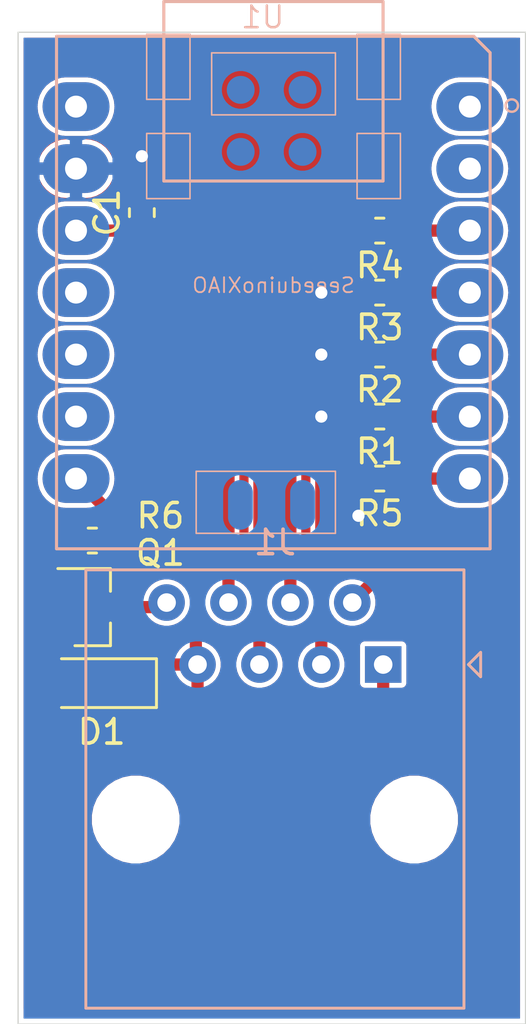
<source format=kicad_pcb>
(kicad_pcb (version 20171130) (host pcbnew "(5.1.6-0-10_14)")
  (layers (0 F.Cu signal) (31 B.Cu signal) (34 B.Paste user) (35 F.Paste user) (36 B.SilkS user) (37 F.SilkS user) (38 B.Mask user) (39 F.Mask user) (44 Edge.Cuts user))
  (net 0 "")
  (net 1 "Net-(J1-Pad6)")
  (net 2 "Net-(J1-Pad5)")
  (net 3 "Net-(J1-Pad4)")
  (net 4 "Net-(J1-Pad3)")
  (net 5 "Net-(R6-Pad1)")
  (net 6 GND)
  (net 7 "Net-(J1-Pad2)")
  (net 8 "Net-(Q1-Pad1)")
  (net 9 "Net-(D1-Pad2)")
  (net 10 "Net-(C1-Pad1)")
  (module XIAO:XIAO-MOUDLE14P-2.54-21X17.8MM_Through_Hole (layer B.Cu) (at 146.37512 104.47782 180)
    (fp_text reference U1 (at 9.3345 21.7805) (layer B.SilkS) (effects (font (size 0.889 0.889) (thickness 0.1016)) (justify mirror)))
    (fp_text value SeeeduinoXIAO (at 8.89 10.795) (layer B.SilkS) (effects (font (size 0.6096 0.6096) (thickness 0.0762)) (justify mirror)))
    (fp_line (start 6.35 17.78) (end 11.43 17.78) (layer B.SilkS) (width 0.06604))
    (fp_line (start 11.43 17.78) (end 11.43 20.32) (layer B.SilkS) (width 0.06604))
    (fp_line (start 6.35 20.32) (end 11.43 20.32) (layer B.SilkS) (width 0.06604))
    (fp_line (start 6.35 17.78) (end 6.35 20.32) (layer B.SilkS) (width 0.06604))
    (fp_line (start 6.35 0.635) (end 12.065 0.635) (layer B.SilkS) (width 0.06604))
    (fp_line (start 12.065 0.635) (end 12.065 3.175) (layer B.SilkS) (width 0.06604))
    (fp_line (start 6.35 3.175) (end 12.065 3.175) (layer B.SilkS) (width 0.06604))
    (fp_line (start 6.35 0.635) (end 6.35 3.175) (layer B.SilkS) (width 0.06604))
    (fp_line (start 3.683 18.415) (end 5.461 18.415) (layer B.SilkS) (width 0.06604))
    (fp_line (start 5.461 18.415) (end 5.461 21.082) (layer B.SilkS) (width 0.06604))
    (fp_line (start 3.683 21.082) (end 5.461 21.082) (layer B.SilkS) (width 0.06604))
    (fp_line (start 3.683 18.415) (end 3.683 21.082) (layer B.SilkS) (width 0.06604))
    (fp_line (start 3.683 14.34846) (end 5.461 14.34846) (layer B.SilkS) (width 0.06604))
    (fp_line (start 5.461 14.34846) (end 5.461 17.018) (layer B.SilkS) (width 0.06604))
    (fp_line (start 3.683 17.018) (end 5.461 17.018) (layer B.SilkS) (width 0.06604))
    (fp_line (start 3.683 14.34846) (end 3.683 17.018) (layer B.SilkS) (width 0.06604))
    (fp_line (start 12.319 14.34846) (end 14.097 14.34846) (layer B.SilkS) (width 0.06604))
    (fp_line (start 14.097 14.34846) (end 14.097 17.018) (layer B.SilkS) (width 0.06604))
    (fp_line (start 12.319 17.018) (end 14.097 17.018) (layer B.SilkS) (width 0.06604))
    (fp_line (start 12.319 14.34846) (end 12.319 17.018) (layer B.SilkS) (width 0.06604))
    (fp_line (start 12.319 18.415) (end 14.097 18.415) (layer B.SilkS) (width 0.06604))
    (fp_line (start 14.097 18.415) (end 14.097 21.082) (layer B.SilkS) (width 0.06604))
    (fp_line (start 12.319 21.082) (end 14.097 21.082) (layer B.SilkS) (width 0.06604))
    (fp_line (start 12.319 18.415) (end 12.319 21.082) (layer B.SilkS) (width 0.06604))
    (fp_line (start 0 0) (end 17.79778 0) (layer B.SilkS) (width 0.127))
    (fp_line (start 17.79778 0) (end 17.79778 20.99818) (layer B.SilkS) (width 0.127))
    (fp_line (start 17.79778 20.99818) (end 0.67056 20.99818) (layer B.SilkS) (width 0.127))
    (fp_line (start 0.67056 20.99818) (end 0 20.32762) (layer B.SilkS) (width 0.127))
    (fp_line (start 0 20.32762) (end 0 0) (layer B.SilkS) (width 0.127))
    (fp_line (start 4.39928 22.42312) (end 13.39342 22.42312) (layer B.SilkS) (width 0.127))
    (fp_line (start 13.39342 22.42312) (end 13.39342 15.06982) (layer B.SilkS) (width 0.127))
    (fp_line (start 13.39342 15.06982) (end 4.3942 15.06982) (layer B.SilkS) (width 0.127))
    (fp_line (start 4.3942 15.06982) (end 4.3942 22.42312) (layer B.SilkS) (width 0.127))
    (fp_circle (center -0.889 18.161) (end -0.889 18.415) (layer B.SilkS) (width 0.1))
    (pad 20 smd circle (at 10.238803 16.264187 90) (size 1.143 1.143) (layers B.Cu B.Paste B.Mask))
    (pad 19 smd circle (at 7.698803 16.264187 90) (size 1.143 1.143) (layers B.Cu B.Paste B.Mask))
    (pad 18 smd circle (at 10.238803 18.804187 90) (size 1.143 1.143) (layers B.Cu B.Paste B.Mask))
    (pad 17 smd circle (at 7.698803 18.804187 90) (size 1.143 1.143) (layers B.Cu B.Paste B.Mask))
    (pad 16 smd oval (at 10.25 1.8 90) (size 2.032 1.016) (layers B.Cu B.Paste B.Mask))
    (pad 15 smd oval (at 7.7 1.8 90) (size 2.032 1.016) (layers B.Cu B.Paste B.Mask))
    (pad 1 thru_hole oval (at 0.83312 18.11782 180) (size 2.74828 1.99898) (drill 0.9) (layers *.Cu *.Mask))
    (pad 2 thru_hole oval (at 0.83312 15.57782 180) (size 2.74828 1.99898) (drill 0.9) (layers *.Cu *.Mask))
    (pad 3 thru_hole oval (at 0.83312 13.03782 180) (size 2.74828 1.99898) (drill 0.9) (layers *.Cu *.Mask) (net 1 "Net-(J1-Pad6)"))
    (pad 4 thru_hole oval (at 0.83312 10.49782 180) (size 2.74828 1.99898) (drill 0.9) (layers *.Cu *.Mask) (net 2 "Net-(J1-Pad5)"))
    (pad 5 thru_hole oval (at 0.83312 7.95782 180) (size 2.74828 1.99898) (drill 0.9) (layers *.Cu *.Mask) (net 3 "Net-(J1-Pad4)"))
    (pad 6 thru_hole oval (at 0.83312 5.41782 180) (size 2.74828 1.99898) (drill 0.9) (layers *.Cu *.Mask) (net 4 "Net-(J1-Pad3)"))
    (pad 7 thru_hole oval (at 0.83312 2.87782 180) (size 2.74828 1.99898) (drill 0.9) (layers *.Cu *.Mask) (net 7 "Net-(J1-Pad2)"))
    (pad 8 thru_hole oval (at 16.99768 2.87782 180) (size 2.74828 1.99898) (drill 0.9) (layers *.Cu *.Mask) (net 5 "Net-(R6-Pad1)"))
    (pad 9 thru_hole oval (at 16.99768 5.41782 180) (size 2.74828 1.99898) (drill 0.9) (layers *.Cu *.Mask))
    (pad 10 thru_hole oval (at 16.99768 7.95782 180) (size 2.74828 1.99898) (drill 0.9) (layers *.Cu *.Mask))
    (pad 11 thru_hole oval (at 16.99768 10.49782 180) (size 2.74828 1.99898) (drill 0.9) (layers *.Cu *.Mask))
    (pad 12 thru_hole oval (at 16.99768 13.03782 180) (size 2.74828 1.99898) (drill 0.9) (layers *.Cu *.Mask) (net 10 "Net-(C1-Pad1)"))
    (pad 13 thru_hole oval (at 16.99768 15.57782 180) (size 2.74828 1.99898) (drill 0.9) (layers *.Cu *.Mask) (net 6 GND))
    (pad 14 thru_hole oval (at 16.99768 18.11782 180) (size 2.74828 1.99898) (drill 0.9) (layers *.Cu *.Mask))
  )
  (module Capacitor_SMD:C_0603_1608Metric (layer F.Cu) (at 132.08 90.7035 90)
    (fp_text reference C1 (at 0 -1.43 90) (layer F.SilkS))
    (fp_text value C)
    (fp_line (start -0.162779 -0.51) (end 0.162779 -0.51) (layer F.SilkS) (width 0.12))
    (fp_line (start -0.162779 0.51) (end 0.162779 0.51) (layer F.SilkS) (width 0.12))
    (pad 2 smd roundrect (at 0.7875 0 90) (size 0.875 0.95) (layers F.Cu F.Paste F.Mask) (net 6 GND))
    (pad 1 smd roundrect (at -0.7875 0 90) (size 0.875 0.95) (layers F.Cu F.Paste F.Mask) (net 10 "Net-(C1-Pad1)"))
  )
  (module Package_TO_SOT_SMD:SOT-23 (layer F.Cu) (at 130.032 106.868)
    (fp_text reference Q1 (at 2.81 -2.22) (layer F.SilkS))
    (fp_text value 2N7002)
    (fp_line (start 0.76 1.58) (end 0.76 0.65) (layer F.SilkS) (width 0.12))
    (fp_line (start 0.76 -1.58) (end 0.76 -0.65) (layer F.SilkS) (width 0.12))
    (fp_line (start 0.76 -1.58) (end -1.4 -1.58) (layer F.SilkS) (width 0.12))
    (fp_line (start 0.76 1.58) (end -0.7 1.58) (layer F.SilkS) (width 0.12))
    (pad 3 smd rect (at 1 0) (size 0.9 0.8) (layers F.Cu F.Paste F.Mask) (net 9 "Net-(D1-Pad2)"))
    (pad 2 smd rect (at -1 0.95) (size 0.9 0.8) (layers F.Cu F.Paste F.Mask) (net 6 GND))
    (pad 1 smd rect (at -1 -0.95) (size 0.9 0.8) (layers F.Cu F.Paste F.Mask) (net 8 "Net-(Q1-Pad1)"))
  )
  (module Diode_SMD:D_SOD-123 (layer F.Cu) (at 130.43 109.982 180)
    (fp_text reference D1 (at 0 -2) (layer F.SilkS))
    (fp_text value D_Schottky)
    (fp_line (start -2.25 -1) (end -2.25 1) (layer F.SilkS) (width 0.12))
    (fp_line (start -2.25 1) (end 1.65 1) (layer F.SilkS) (width 0.12))
    (fp_line (start -2.25 -1) (end 1.65 -1) (layer F.SilkS) (width 0.12))
    (pad 2 smd rect (at 1.65 0 180) (size 0.9 1.2) (layers F.Cu F.Paste F.Mask) (net 9 "Net-(D1-Pad2)"))
    (pad 1 smd rect (at -1.65 0 180) (size 0.9 1.2) (layers F.Cu F.Paste F.Mask) (net 10 "Net-(C1-Pad1)"))
  )
  (module Resistor_SMD:R_0603_1608Metric_Pad1.05x0.95mm_HandSolder (layer F.Cu) (at 130.048 104.14 180)
    (fp_text reference R6 (at -2.794 1.016) (layer F.SilkS))
    (fp_text value R_US)
    (fp_line (start -0.171267 -0.51) (end 0.171267 -0.51) (layer F.SilkS) (width 0.12))
    (fp_line (start -0.171267 0.51) (end 0.171267 0.51) (layer F.SilkS) (width 0.12))
    (pad 2 smd roundrect (at 0.875 0 180) (size 1.05 0.95) (layers F.Cu F.Paste F.Mask) (net 8 "Net-(Q1-Pad1)"))
    (pad 1 smd roundrect (at -0.875 0 180) (size 1.05 0.95) (layers F.Cu F.Paste F.Mask) (net 5 "Net-(R6-Pad1)"))
  )
  (module Resistor_SMD:R_0603_1608Metric_Pad1.05x0.95mm_HandSolder (layer F.Cu) (at 141.845 101.6 180)
    (fp_text reference R5 (at 0 -1.43) (layer F.SilkS))
    (fp_text value R_US)
    (fp_line (start -0.171267 -0.51) (end 0.171267 -0.51) (layer F.SilkS) (width 0.12))
    (fp_line (start -0.171267 0.51) (end 0.171267 0.51) (layer F.SilkS) (width 0.12))
    (pad 2 smd roundrect (at 0.875 0 180) (size 1.05 0.95) (layers F.Cu F.Paste F.Mask) (net 6 GND))
    (pad 1 smd roundrect (at -0.875 0 180) (size 1.05 0.95) (layers F.Cu F.Paste F.Mask) (net 7 "Net-(J1-Pad2)"))
  )
  (module Resistor_SMD:R_0603_1608Metric_Pad1.05x0.95mm_HandSolder (layer F.Cu) (at 141.845 91.44 180)
    (fp_text reference R4 (at 0 -1.43) (layer F.SilkS))
    (fp_text value R_US)
    (fp_line (start -0.171267 -0.51) (end 0.171267 -0.51) (layer F.SilkS) (width 0.12))
    (fp_line (start -0.171267 0.51) (end 0.171267 0.51) (layer F.SilkS) (width 0.12))
    (pad 2 smd roundrect (at 0.875 0 180) (size 1.05 0.95) (layers F.Cu F.Paste F.Mask) (net 6 GND))
    (pad 1 smd roundrect (at -0.875 0 180) (size 1.05 0.95) (layers F.Cu F.Paste F.Mask) (net 1 "Net-(J1-Pad6)"))
  )
  (module Resistor_SMD:R_0603_1608Metric_Pad1.05x0.95mm_HandSolder (layer F.Cu) (at 141.845 93.98 180)
    (fp_text reference R3 (at 0 -1.43) (layer F.SilkS))
    (fp_text value R_US)
    (fp_line (start -0.171267 -0.51) (end 0.171267 -0.51) (layer F.SilkS) (width 0.12))
    (fp_line (start -0.171267 0.51) (end 0.171267 0.51) (layer F.SilkS) (width 0.12))
    (pad 2 smd roundrect (at 0.875 0 180) (size 1.05 0.95) (layers F.Cu F.Paste F.Mask) (net 6 GND))
    (pad 1 smd roundrect (at -0.875 0 180) (size 1.05 0.95) (layers F.Cu F.Paste F.Mask) (net 2 "Net-(J1-Pad5)"))
  )
  (module Resistor_SMD:R_0603_1608Metric_Pad1.05x0.95mm_HandSolder (layer F.Cu) (at 141.845 96.52 180)
    (fp_text reference R2 (at 0 -1.43) (layer F.SilkS))
    (fp_text value R_US)
    (fp_line (start -0.171267 -0.51) (end 0.171267 -0.51) (layer F.SilkS) (width 0.12))
    (fp_line (start -0.171267 0.51) (end 0.171267 0.51) (layer F.SilkS) (width 0.12))
    (pad 2 smd roundrect (at 0.875 0 180) (size 1.05 0.95) (layers F.Cu F.Paste F.Mask) (net 6 GND))
    (pad 1 smd roundrect (at -0.875 0 180) (size 1.05 0.95) (layers F.Cu F.Paste F.Mask) (net 3 "Net-(J1-Pad4)"))
  )
  (module Resistor_SMD:R_0603_1608Metric_Pad1.05x0.95mm_HandSolder (layer F.Cu) (at 141.845 99.06 180)
    (fp_text reference R1 (at 0 -1.43) (layer F.SilkS))
    (fp_text value R_US)
    (fp_line (start -0.171267 -0.51) (end 0.171267 -0.51) (layer F.SilkS) (width 0.12))
    (fp_line (start -0.171267 0.51) (end 0.171267 0.51) (layer F.SilkS) (width 0.12))
    (pad 2 smd roundrect (at 0.875 0 180) (size 1.05 0.95) (layers F.Cu F.Paste F.Mask) (net 6 GND))
    (pad 1 smd roundrect (at -0.875 0 180) (size 1.05 0.95) (layers F.Cu F.Paste F.Mask) (net 4 "Net-(J1-Pad3)"))
  )
  (module Connector_RJ:RJ45_Amphenol_54602-x08_Horizontal (layer B.Cu) (at 141.986 109.22 180)
    (fp_text reference J1 (at 4.445 5) (layer B.SilkS) (effects (justify mirror)))
    (fp_text value 8P8C_Shielded)
    (fp_line (start -4 -0.5) (end -3.5 0) (layer B.SilkS) (width 0.12))
    (fp_line (start -4 0.5) (end -4 -0.5) (layer B.SilkS) (width 0.12))
    (fp_line (start -3.5 0) (end -4 0.5) (layer B.SilkS) (width 0.12))
    (fp_line (start -3.315 -14.08) (end 12.205 -14.08) (layer B.SilkS) (width 0.12))
    (fp_line (start 12.205 3.88) (end 12.205 -14.08) (layer B.SilkS) (width 0.12))
    (fp_line (start 12.205 3.88) (end -3.315 3.88) (layer B.SilkS) (width 0.12))
    (fp_line (start -3.315 3.88) (end -3.315 -14.08) (layer B.SilkS) (width 0.12))
    (pad 8 thru_hole circle (at 8.89 2.54 180) (size 1.5 1.5) (drill 0.76) (layers *.Cu *.Mask) (net 9 "Net-(D1-Pad2)"))
    (pad 7 thru_hole circle (at 7.62 0 180) (size 1.5 1.5) (drill 0.76) (layers *.Cu *.Mask) (net 10 "Net-(C1-Pad1)"))
    (pad 6 thru_hole circle (at 6.35 2.54 180) (size 1.5 1.5) (drill 0.76) (layers *.Cu *.Mask) (net 1 "Net-(J1-Pad6)"))
    (pad 5 thru_hole circle (at 5.08 0 180) (size 1.5 1.5) (drill 0.76) (layers *.Cu *.Mask) (net 2 "Net-(J1-Pad5)"))
    (pad 4 thru_hole circle (at 3.81 2.54 180) (size 1.5 1.5) (drill 0.76) (layers *.Cu *.Mask) (net 3 "Net-(J1-Pad4)"))
    (pad 3 thru_hole circle (at 2.54 0 180) (size 1.5 1.5) (drill 0.76) (layers *.Cu *.Mask) (net 4 "Net-(J1-Pad3)"))
    (pad 2 thru_hole circle (at 1.27 2.54 180) (size 1.5 1.5) (drill 0.76) (layers *.Cu *.Mask) (net 7 "Net-(J1-Pad2)"))
    (pad 1 thru_hole rect (at 0 0 180) (size 1.5 1.5) (drill 0.76) (layers *.Cu *.Mask) (net 10 "Net-(C1-Pad1)"))
    (pad "" np_thru_hole circle (at -1.27 -6.35 180) (size 3.2 3.2) (drill 3.2) (layers *.Cu *.Mask))
    (pad "" np_thru_hole circle (at 10.16 -6.35 180) (size 3.2 3.2) (drill 3.2) (layers *.Cu *.Mask))
  )
  (gr_line (start 127 123.952) (end 127 83.312) (layer Edge.Cuts) (width 0.05))
  (gr_line (start 147.828 123.952) (end 127 123.952) (layer Edge.Cuts) (width 0.05))
  (gr_line (start 147.828 83.312) (end 147.828 123.952) (layer Edge.Cuts) (width 0.05))
  (gr_line (start 127 83.312) (end 147.828 83.312) (layer Edge.Cuts) (width 0.05))
  (via (at 139.446 96.52) (size 1.5) (drill 0.5) (layers F.Cu B.Cu) (net 6))
  (via (at 139.446 99.06) (size 1.5) (drill 0.5) (layers F.Cu B.Cu) (net 6))
  (via (at 140.97 103.124) (size 1.5) (drill 0.5) (layers F.Cu B.Cu) (net 6))
  (via (at 139.446 93.98) (size 1.5) (drill 0.5) (layers F.Cu B.Cu) (net 6))
  (segment (start 142.72 91.44) (end 145.542 91.44) (width 0.5) (layer F.Cu) (net 1))
  (segment (start 135.636 94.742) (end 135.636 106.68) (width 0.5) (layer F.Cu) (net 1))
  (segment (start 142.72 91.468) (end 141.478 92.71) (width 0.5) (layer F.Cu) (net 1))
  (segment (start 137.668 92.71) (end 135.636 94.742) (width 0.5) (layer F.Cu) (net 1))
  (segment (start 141.478 92.71) (end 137.668 92.71) (width 0.5) (layer F.Cu) (net 1))
  (segment (start 142.72 91.44) (end 142.72 91.468) (width 0.5) (layer F.Cu) (net 1))
  (segment (start 142.72 93.98) (end 145.542 93.98) (width 0.5) (layer F.Cu) (net 2))
  (segment (start 136.906 96.774) (end 136.906 109.22) (width 0.5) (layer F.Cu) (net 2))
  (segment (start 138.43 95.25) (end 136.906 96.774) (width 0.5) (layer F.Cu) (net 2))
  (segment (start 141.45 95.25) (end 138.43 95.25) (width 0.5) (layer F.Cu) (net 2))
  (segment (start 142.72 93.98) (end 141.45 95.25) (width 0.5) (layer F.Cu) (net 2))
  (segment (start 142.72 96.52) (end 145.542 96.52) (width 0.5) (layer F.Cu) (net 3))
  (segment (start 138.176 98.298) (end 138.176 106.68) (width 0.5) (layer F.Cu) (net 3))
  (segment (start 138.684 97.79) (end 138.176 98.298) (width 0.5) (layer F.Cu) (net 3))
  (segment (start 141.45 97.79) (end 138.684 97.79) (width 0.5) (layer F.Cu) (net 3))
  (segment (start 142.72 96.52) (end 141.45 97.79) (width 0.5) (layer F.Cu) (net 3))
  (segment (start 142.72 99.06) (end 145.542 99.06) (width 0.5) (layer F.Cu) (net 4))
  (segment (start 139.954 100.33) (end 139.446 100.838) (width 0.5) (layer F.Cu) (net 4))
  (segment (start 141.478 100.33) (end 139.954 100.33) (width 0.5) (layer F.Cu) (net 4))
  (segment (start 139.446 100.838) (end 139.446 109.22) (width 0.5) (layer F.Cu) (net 4))
  (segment (start 142.72 99.088) (end 141.478 100.33) (width 0.5) (layer F.Cu) (net 4))
  (segment (start 142.72 99.06) (end 142.72 99.088) (width 0.5) (layer F.Cu) (net 4))
  (segment (start 130.923 103.14556) (end 129.37744 101.6) (width 0.5) (layer F.Cu) (net 5))
  (segment (start 130.923 104.14) (end 130.923 103.14556) (width 0.5) (layer F.Cu) (net 5))
  (via (at 132.08 88.392) (size 1.5) (drill 0.5) (layers F.Cu B.Cu) (net 6))
  (segment (start 142.72 101.6) (end 145.542 101.6) (width 0.5) (layer F.Cu) (net 7))
  (segment (start 140.716 106.68) (end 142.748 104.648) (width 0.5) (layer F.Cu) (net 7))
  (segment (start 142.748 101.628) (end 142.72 101.6) (width 0.5) (layer F.Cu) (net 7))
  (segment (start 142.748 104.648) (end 142.748 101.628) (width 0.5) (layer F.Cu) (net 7))
  (segment (start 129.032 104.281) (end 129.173 104.14) (width 0.5) (layer F.Cu) (net 8))
  (segment (start 129.032 105.918) (end 129.032 104.281) (width 0.5) (layer F.Cu) (net 8))
  (segment (start 133.096 106.68) (end 132.998 106.68) (width 0.5) (layer F.Cu) (net 9))
  (segment (start 131.032 108.49) (end 131.032 106.868) (width 0.5) (layer F.Cu) (net 9))
  (segment (start 129.54 109.982) (end 131.032 108.49) (width 0.5) (layer F.Cu) (net 9))
  (segment (start 128.78 109.982) (end 129.54 109.982) (width 0.5) (layer F.Cu) (net 9))
  (segment (start 132.908 106.868) (end 133.096 106.68) (width 0.5) (layer F.Cu) (net 9))
  (segment (start 131.032 106.868) (end 132.908 106.868) (width 0.5) (layer F.Cu) (net 9))
  (segment (start 132.842 109.22) (end 132.08 109.982) (width 0.5) (layer F.Cu) (net 10))
  (segment (start 134.366 109.22) (end 132.842 109.22) (width 0.5) (layer F.Cu) (net 10))
  (segment (start 132.029 91.44) (end 132.08 91.491) (width 0.5) (layer F.Cu) (net 10))
  (segment (start 129.37744 91.44) (end 132.029 91.44) (width 0.5) (layer F.Cu) (net 10))
  (segment (start 134.296001 109.150001) (end 134.366 109.22) (width 0.5) (layer F.Cu) (net 10))
  (segment (start 132.385 91.491) (end 134.296001 93.402001) (width 0.5) (layer F.Cu) (net 10))
  (segment (start 134.296001 93.402001) (end 134.296001 109.150001) (width 0.5) (layer F.Cu) (net 10))
  (segment (start 132.08 91.491) (end 132.385 91.491) (width 0.5) (layer F.Cu) (net 10))
  (segment (start 135.636 111.76) (end 134.366 110.49) (width 0.5) (layer F.Cu) (net 10))
  (segment (start 134.366 110.49) (end 134.366 109.22) (width 0.5) (layer F.Cu) (net 10))
  (segment (start 141.986 110.49) (end 140.716 111.76) (width 0.5) (layer F.Cu) (net 10))
  (segment (start 140.716 111.76) (end 135.636 111.76) (width 0.5) (layer F.Cu) (net 10))
  (segment (start 141.986 109.22) (end 141.986 110.49) (width 0.5) (layer F.Cu) (net 10))
  (zone (net 6) (net_name GND) (layer B.Cu) (connect_pads (clearance 0.2)) (min_thickness 0.0255) (fill yes (arc_segments 32) (thermal_gap 0.2) (thermal_bridge_width 0.508))
    (polygon (pts (xy 147.828 123.952) (xy 127 123.952) (xy 127 83.312) (xy 147.828 83.312)))
  )
  (zone (net 6) (net_name GND) (layer F.Cu) (connect_pads (clearance 0.2)) (min_thickness 0.0255) (fill yes (arc_segments 32) (thermal_gap 0.2) (thermal_bridge_width 0.5) (smoothing fillet) (radius 1))
    (polygon (pts (xy 147.828 123.698) (xy 127 123.698) (xy 127 83.312) (xy 147.828 83.312)))
  )
  (zone (net 0) (net_name "") (layer F.Cu) (connect_pads (clearance 0.2)) (min_thickness 0.0255) (fill yes (arc_segments 32) (thermal_gap 0.508) (thermal_bridge_width 0.508))
    (polygon (pts (xy 147.828 123.698) (xy 127 123.698) (xy 127 83.312) (xy 147.828 83.312)))
  )
)
</source>
